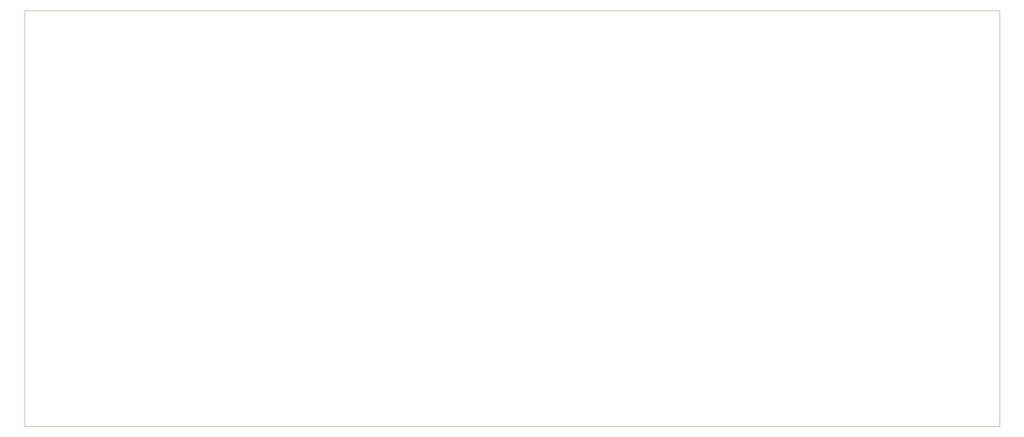
<source format=gbr>
%TF.GenerationSoftware,KiCad,Pcbnew,7.0.10*%
%TF.CreationDate,2024-04-26T10:19:11+01:00*%
%TF.ProjectId,bottom,626f7474-6f6d-42e6-9b69-6361645f7063,rev?*%
%TF.SameCoordinates,Original*%
%TF.FileFunction,Profile,NP*%
%FSLAX46Y46*%
G04 Gerber Fmt 4.6, Leading zero omitted, Abs format (unit mm)*
G04 Created by KiCad (PCBNEW 7.0.10) date 2024-04-26 10:19:11*
%MOMM*%
%LPD*%
G01*
G04 APERTURE LIST*
%TA.AperFunction,Profile*%
%ADD10C,0.100000*%
%TD*%
G04 APERTURE END LIST*
D10*
X38000000Y-44000000D02*
X272000000Y-44000000D01*
X272000000Y-144000000D01*
X38000000Y-144000000D01*
X38000000Y-44000000D01*
M02*

</source>
